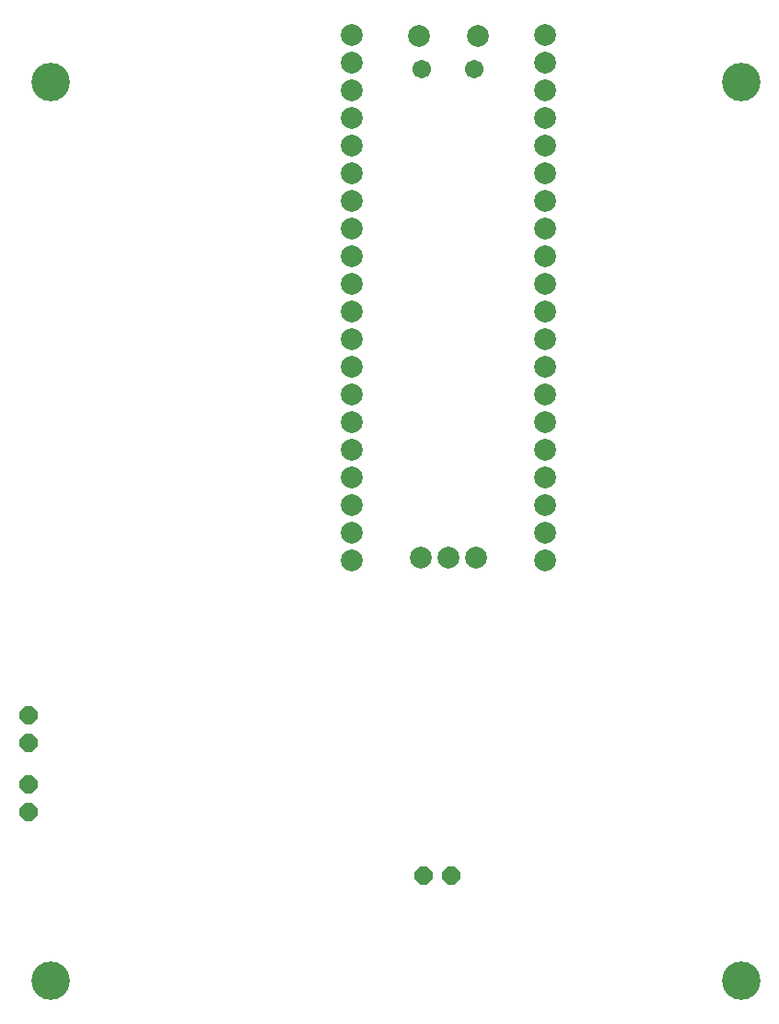
<source format=gbs>
G04 EAGLE Gerber RS-274X export*
G75*
%MOMM*%
%FSLAX34Y34*%
%LPD*%
%INSoldermask Bottom*%
%IPPOS*%
%AMOC8*
5,1,8,0,0,1.08239X$1,22.5*%
G01*
%ADD10P,1.803519X8X292.500000*%
%ADD11P,1.803519X8X202.500000*%
%ADD12P,1.803519X8X112.500000*%
%ADD13C,2.003200*%
%ADD14C,1.703200*%
%ADD15C,3.530600*%


D10*
X43180Y243840D03*
X43180Y218440D03*
D11*
X431800Y160020D03*
X406400Y160020D03*
D12*
X43180Y281940D03*
X43180Y307340D03*
D13*
X340360Y932180D03*
X340360Y906780D03*
X340360Y779780D03*
X340360Y754380D03*
X340360Y881380D03*
X340360Y855980D03*
X340360Y805180D03*
X340360Y830580D03*
X340360Y728980D03*
X340360Y703580D03*
X340360Y678180D03*
X340360Y652780D03*
X340360Y627380D03*
X340360Y601980D03*
X340360Y576580D03*
X340360Y551180D03*
X340360Y525780D03*
X340360Y500380D03*
X340360Y474980D03*
X340360Y449580D03*
X518160Y449580D03*
X518160Y474980D03*
X518160Y500380D03*
X518160Y525780D03*
X518160Y551180D03*
X518160Y576580D03*
X518160Y601980D03*
X518160Y627380D03*
X518160Y652780D03*
X518160Y678180D03*
X518160Y703580D03*
X518160Y728980D03*
X518160Y754380D03*
X518160Y779780D03*
X518160Y805180D03*
X518160Y830580D03*
X518160Y855980D03*
X518160Y881380D03*
X518160Y906780D03*
X518160Y932180D03*
X402010Y930880D03*
X456510Y930880D03*
D14*
X405010Y900580D03*
X453510Y900580D03*
D13*
X403860Y451880D03*
X429260Y451880D03*
X454660Y451880D03*
D15*
X698500Y63500D03*
X63500Y63500D03*
X63500Y889000D03*
X698500Y889000D03*
M02*

</source>
